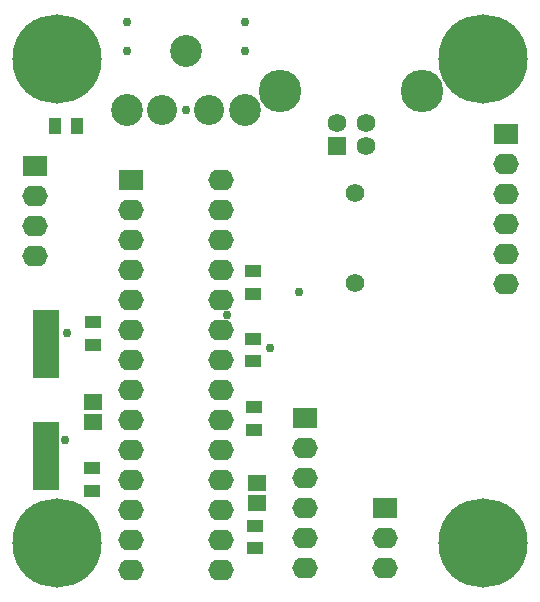
<source format=gts>
G04*
G04 #@! TF.GenerationSoftware,Altium Limited,Altium Designer,23.4.1 (23)*
G04*
G04 Layer_Color=8388736*
%FSLAX25Y25*%
%MOIN*%
G70*
G04*
G04 #@! TF.SameCoordinates,EF30BACE-0BBC-42E6-AA2A-B86B67AF279B*
G04*
G04*
G04 #@! TF.FilePolarity,Negative*
G04*
G01*
G75*
%ADD13R,0.06299X0.05315*%
%ADD14R,0.05709X0.04134*%
%ADD15R,0.04134X0.05709*%
%ADD16R,0.08858X0.22638*%
%ADD17C,0.14173*%
%ADD18C,0.06134*%
%ADD19O,0.08465X0.06890*%
%ADD20R,0.08465X0.06890*%
%ADD21C,0.06224*%
%ADD22R,0.06224X0.06224*%
%ADD23C,0.29724*%
%ADD24C,0.10630*%
%ADD25C,0.10039*%
%ADD26C,0.02953*%
D13*
X82185Y35728D02*
D03*
Y29035D02*
D03*
X27756Y56201D02*
D03*
Y62894D02*
D03*
D14*
X81004Y106299D02*
D03*
Y98819D02*
D03*
Y83760D02*
D03*
Y76279D02*
D03*
X81201Y61024D02*
D03*
Y53543D02*
D03*
X81693Y21457D02*
D03*
Y13976D02*
D03*
X27657Y89370D02*
D03*
Y81890D02*
D03*
X27264Y40748D02*
D03*
Y33268D02*
D03*
D15*
X14764Y154725D02*
D03*
X22244D02*
D03*
D16*
X12008Y82185D02*
D03*
Y44783D02*
D03*
D17*
X137402Y166535D02*
D03*
X90000D02*
D03*
D18*
X114961Y132382D02*
D03*
Y102461D02*
D03*
D19*
X70157Y6693D02*
D03*
Y16693D02*
D03*
Y26693D02*
D03*
Y36693D02*
D03*
Y46693D02*
D03*
Y56693D02*
D03*
Y66693D02*
D03*
Y76693D02*
D03*
Y86693D02*
D03*
Y96693D02*
D03*
Y106693D02*
D03*
Y116693D02*
D03*
Y126693D02*
D03*
Y136693D02*
D03*
X40157Y6693D02*
D03*
Y16693D02*
D03*
Y26693D02*
D03*
Y36693D02*
D03*
Y46693D02*
D03*
Y56693D02*
D03*
Y66693D02*
D03*
Y76693D02*
D03*
Y86693D02*
D03*
Y96693D02*
D03*
Y106693D02*
D03*
Y116693D02*
D03*
Y126693D02*
D03*
X165157Y142087D02*
D03*
Y132087D02*
D03*
Y122087D02*
D03*
Y112087D02*
D03*
Y102087D02*
D03*
X98425Y47421D02*
D03*
Y37421D02*
D03*
Y27421D02*
D03*
Y17421D02*
D03*
Y7421D02*
D03*
X124803Y17323D02*
D03*
Y7323D02*
D03*
X8268Y111496D02*
D03*
Y121496D02*
D03*
Y131496D02*
D03*
D20*
X40157Y136693D02*
D03*
X165157Y152087D02*
D03*
X98425Y57421D02*
D03*
X124803Y27323D02*
D03*
X8268Y141496D02*
D03*
D21*
X108779Y155866D02*
D03*
X118622D02*
D03*
Y147992D02*
D03*
D22*
X108779D02*
D03*
D23*
X157480Y177165D02*
D03*
X15748Y15748D02*
D03*
X157480D02*
D03*
X15748Y177165D02*
D03*
D24*
X58465Y179626D02*
D03*
X38780Y159941D02*
D03*
X78150D02*
D03*
D25*
X50591D02*
D03*
X66339D02*
D03*
D26*
X78150Y189469D02*
D03*
Y179626D02*
D03*
X58465Y159941D02*
D03*
X38780Y189469D02*
D03*
Y179626D02*
D03*
X18997Y85797D02*
D03*
X72297Y91697D02*
D03*
X96397Y99597D02*
D03*
X86597Y80697D02*
D03*
X18397Y49997D02*
D03*
M02*

</source>
